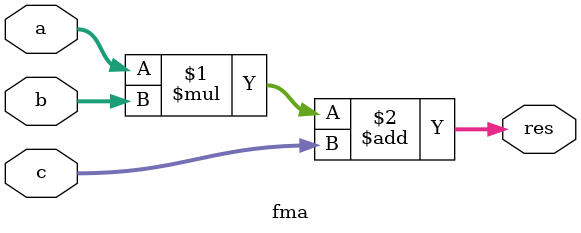
<source format=sv>
module fma #(
    BW = 8
)
(
    input logic [BW-1:0] a,
    input logic [BW-1:0] b,
    input logic [BW-1:0] c,
    output logic [2*BW-1:0] res
);

assign res = a*b + c;   

endmodule
</source>
